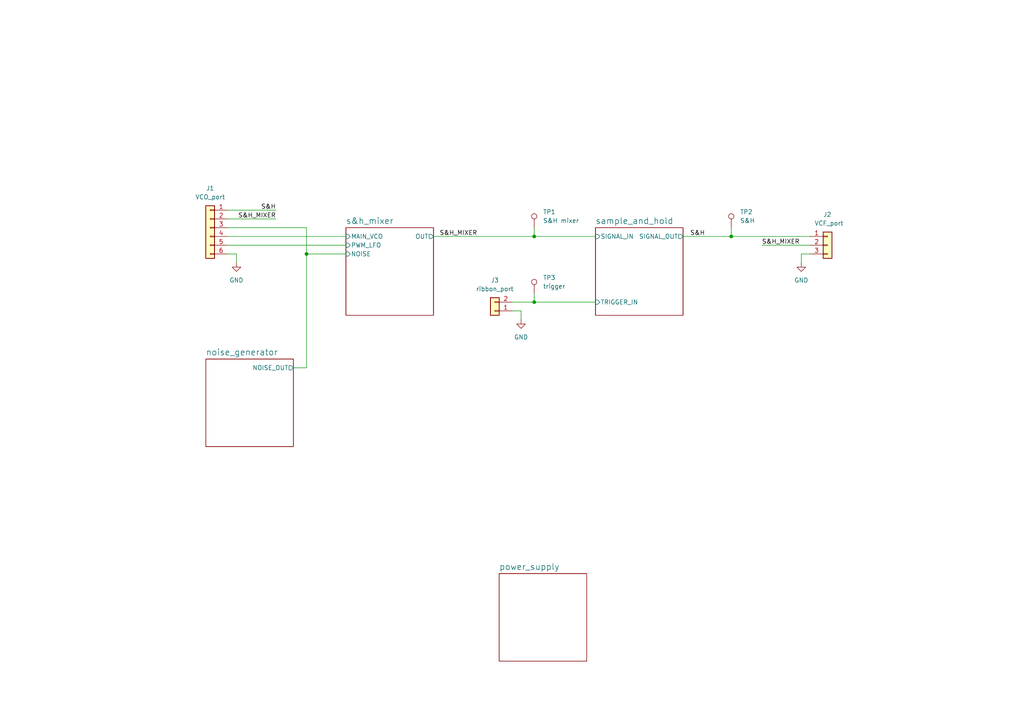
<source format=kicad_sch>
(kicad_sch (version 20211123) (generator eeschema)
  (paper "A4")
  (title_block (title "Josh Ox Ribbon Synth Sample and Hold Board") (date "2022-07-21") (rev "0") (comment 1 "creativecommons.org/licences/by/4.0") (comment 2 "License: CC by 4.0") (comment 3 "Author: Jordan Aceto"))
  (lib_symbols
    (symbol "Connector:TestPoint" (pin_numbers hide) (pin_names (offset 0.762) hide)
      (property "Reference" "TP" (at 0 6.858 0))
      (property "Value" "TestPoint" (at 0 5.08 0))
      (symbol "TestPoint_0_1"
        (circle (center 0 3.302) (radius 0.762))
      )
      (symbol "TestPoint_1_1"
        (pin passive line (at 0 0 90) (length 2.54) (name "1") (number "1"))
      )
    )
    (symbol "Connector_Generic:Conn_01x02" (pin_names (offset 1.016) hide)
      (property "Reference" "J" (at 0 2.54 0))
      (property "Value" "Conn_01x02" (at 0 -5.08 0))
      (symbol "Conn_01x02_1_1"
        (rectangle (start -1.27 -2.413) (end 0 -2.667) (stroke (width 0.1524)))
        (rectangle (start -1.27 0.127) (end 0 -0.127) (stroke (width 0.1524)))
        (rectangle (start -1.27 1.27) (end 1.27 -3.81) (stroke (width 0.254)) (fill (type background)))
        (pin passive line (at -5.08 0 0) (length 3.81) (name "Pin_1") (number "1"))
        (pin passive line (at -5.08 -2.54 0) (length 3.81) (name "Pin_2") (number "2"))
      )
    )
    (symbol "Connector_Generic:Conn_01x03" (pin_names (offset 1.016) hide)
      (property "Reference" "J" (at 0 5.08 0))
      (property "Value" "Conn_01x03" (at 0 -5.08 0))
      (symbol "Conn_01x03_1_1"
        (rectangle (start -1.27 -2.413) (end 0 -2.667) (stroke (width 0.1524)))
        (rectangle (start -1.27 0.127) (end 0 -0.127) (stroke (width 0.1524)))
        (rectangle (start -1.27 2.667) (end 0 2.413) (stroke (width 0.1524)))
        (rectangle (start -1.27 3.81) (end 1.27 -3.81) (stroke (width 0.254)) (fill (type background)))
        (pin passive line (at -5.08 2.54 0) (length 3.81) (name "Pin_1") (number "1"))
        (pin passive line (at -5.08 0 0) (length 3.81) (name "Pin_2") (number "2"))
        (pin passive line (at -5.08 -2.54 0) (length 3.81) (name "Pin_3") (number "3"))
      )
    )
    (symbol "Connector_Generic:Conn_01x06" (pin_names (offset 1.016) hide)
      (property "Reference" "J" (at 0 7.62 0))
      (property "Value" "Conn_01x06" (at 0 -10.16 0))
      (symbol "Conn_01x06_1_1"
        (rectangle (start -1.27 -7.493) (end 0 -7.747) (stroke (width 0.1524)))
        (rectangle (start -1.27 -4.953) (end 0 -5.207) (stroke (width 0.1524)))
        (rectangle (start -1.27 -2.413) (end 0 -2.667) (stroke (width 0.1524)))
        (rectangle (start -1.27 0.127) (end 0 -0.127) (stroke (width 0.1524)))
        (rectangle (start -1.27 2.667) (end 0 2.413) (stroke (width 0.1524)))
        (rectangle (start -1.27 5.207) (end 0 4.953) (stroke (width 0.1524)))
        (rectangle (start -1.27 6.35) (end 1.27 -8.89) (stroke (width 0.254)) (fill (type background)))
        (pin passive line (at -5.08 5.08 0) (length 3.81) (name "Pin_1") (number "1"))
        (pin passive line (at -5.08 2.54 0) (length 3.81) (name "Pin_2") (number "2"))
        (pin passive line (at -5.08 0 0) (length 3.81) (name "Pin_3") (number "3"))
        (pin passive line (at -5.08 -2.54 0) (length 3.81) (name "Pin_4") (number "4"))
        (pin passive line (at -5.08 -5.08 0) (length 3.81) (name "Pin_5") (number "5"))
        (pin passive line (at -5.08 -7.62 0) (length 3.81) (name "Pin_6") (number "6"))
      )
    )
    (symbol "power:GND" (power) (pin_names (offset 0))
      (property "Value" "GND" (at 0 -3.81 0))
      (symbol "GND_0_1"
        (polyline (pts (xy 0 0) (xy 0 -1.27) (xy 1.27 -1.27) (xy 0 -2.54) (xy -1.27 -1.27) (xy 0 -1.27)))
      )
      (symbol "GND_1_1"
        (pin power_in line (at 0 0 270) (length 0) hide (name "GND") (number "1"))
      )
    )
  )
  (junction (at 154.94 87.63))
  (junction (at 154.94 68.58))
  (junction (at 88.9 73.66))
  (junction (at 212.09 68.58))
  (wire (pts (xy 68.58 73.66) (xy 66.04 73.66)))
  (wire (pts (xy 66.04 63.5) (xy 80.01 63.5)))
  (wire (pts (xy 88.9 106.68) (xy 88.9 73.66)))
  (wire (pts (xy 232.41 73.66) (xy 234.95 73.66)))
  (wire (pts (xy 154.94 87.63) (xy 172.72 87.63)))
  (wire (pts (xy 66.04 71.12) (xy 100.33 71.12)))
  (wire (pts (xy 212.09 68.58) (xy 234.95 68.58)))
  (wire (pts (xy 154.94 68.58) (xy 172.72 68.58)))
  (wire (pts (xy 68.58 76.2) (xy 68.58 73.66)))
  (wire (pts (xy 232.41 76.2) (xy 232.41 73.66)))
  (wire (pts (xy 85.09 106.68) (xy 88.9 106.68)))
  (wire (pts (xy 151.13 92.71) (xy 151.13 90.17)))
  (wire (pts (xy 151.13 90.17) (xy 148.59 90.17)))
  (wire (pts (xy 88.9 73.66) (xy 88.9 66.04)))
  (wire (pts (xy 88.9 66.04) (xy 66.04 66.04)))
  (wire (pts (xy 148.59 87.63) (xy 154.94 87.63)))
  (wire (pts (xy 154.94 85.09) (xy 154.94 87.63)))
  (wire (pts (xy 66.04 68.58) (xy 100.33 68.58)))
  (wire (pts (xy 212.09 66.04) (xy 212.09 68.58)))
  (wire (pts (xy 198.12 68.58) (xy 212.09 68.58)))
  (wire (pts (xy 154.94 66.04) (xy 154.94 68.58)))
  (wire (pts (xy 88.9 73.66) (xy 100.33 73.66)))
  (wire (pts (xy 234.95 71.12) (xy 220.98 71.12)))
  (wire (pts (xy 66.04 60.96) (xy 80.01 60.96)))
  (wire (pts (xy 125.73 68.58) (xy 154.94 68.58)))
  (label "S&H_MIXER" (at 80.01 63.5 180))
  (label "S&H" (at 80.01 60.96 180))
  (label "S&H_MIXER" (at 138.43 68.58 180))
  (label "S&H_MIXER" (at 220.98 71.12 0))
  (label "S&H" (at 204.47 68.58 180))
  (symbol (lib_id "Connector_Generic:Conn_01x02") (at 143.51 90.17 180) (unit 1)
    (property "Reference" "J3" (at 143.51 81.28 0))
    (property "Value" "ribbon_port" (at 143.51 83.82 0))
    (property "Footprint" "Connector_Molex:Molex_KK-254_AE-6410-02A_1x02_P2.54mm_Vertical" (effects hide))
  )
  (symbol (lib_id "Connector:TestPoint") (at 212.09 66.04 0) (unit 1) (in_bom no)
    (property "Reference" "TP2" (at 214.63 61.4679 0) (effects (justify left)))
    (property "Value" "S&H" (at 214.63 64.0079 0) (effects (justify left)))
    (property "Footprint" "TestPoint:TestPoint_Keystone_5000-5004_Miniature" (effects hide))
  )
  (symbol (lib_id "Connector_Generic:Conn_01x06") (at 60.96 66.04 0) (mirror y) (unit 1)
    (property "Reference" "J1" (at 60.96 54.61 0))
    (property "Value" "VCO_port" (at 60.96 57.15 0))
    (property "Footprint" "Connector_Molex:Molex_KK-254_AE-6410-06A_1x06_P2.54mm_Vertical" (effects hide))
  )
  (symbol (lib_id "power:GND") (at 68.58 76.2 0) (unit 1)
    (property "Reference" "#PWR01" (effects hide))
    (property "Value" "GND" (at 68.58 81.28 0))
  )
  (symbol (lib_id "power:GND") (at 151.13 92.71 0) (unit 1)
    (property "Reference" "#PWR03" (effects hide))
    (property "Value" "GND" (at 151.13 97.79 0))
  )
  (symbol (lib_id "power:GND") (at 232.41 76.2 0) (mirror y) (unit 1)
    (property "Reference" "#PWR02" (effects hide))
    (property "Value" "GND" (at 232.41 81.28 0))
  )
  (symbol (lib_id "Connector:TestPoint") (at 154.94 85.09 0) (unit 1) (in_bom no)
    (property "Reference" "TP3" (at 157.48 80.5179 0) (effects (justify left)))
    (property "Value" "trigger" (at 157.48 83.0579 0) (effects (justify left)))
    (property "Footprint" "TestPoint:TestPoint_Keystone_5000-5004_Miniature" (effects hide))
  )
  (symbol (lib_id "Connector_Generic:Conn_01x03") (at 240.03 71.12 0) (unit 1)
    (property "Reference" "J2" (at 238.76 62.23 0) (effects (justify left)))
    (property "Value" "VCF_port" (at 236.22 64.77 0) (effects (justify left)))
    (property "Footprint" "Connector_Molex:Molex_KK-254_AE-6410-03A_1x03_P2.54mm_Vertical" (effects hide))
  )
  (symbol (lib_id "Connector:TestPoint") (at 154.94 66.04 0) (unit 1) (in_bom no)
    (property "Reference" "TP1" (at 157.48 61.4679 0) (effects (justify left)))
    (property "Value" "S&H mixer" (at 157.48 64.0079 0) (effects (justify left)))
    (property "Footprint" "TestPoint:TestPoint_Keystone_5000-5004_Miniature" (effects hide))
  )
  (sheet (at 59.69 104.14) (size 25.4 25.4) (stroke (width 0.1524))
    (property "Sheet name" "noise_generator" (at 59.69 103.1884 0) (effects (font (size 1.75 1.75)) (justify left bottom)))
    (property "Sheet file" "noise_generator.kicad_sch" (effects hide))
    (pin "NOISE_OUT" output (at 85.09 106.68 0))
  )
  (sheet (at 172.72 66.04) (size 25.4 25.4) (stroke (width 0.1524))
    (property "Sheet name" "sample_and_hold" (at 172.72 65.0884 0) (effects (font (size 1.75 1.75)) (justify left bottom)))
    (property "Sheet file" "sample_and_hold.kicad_sch" (effects hide))
    (pin "SIGNAL_IN" input (at 172.72 68.58 180))
    (pin "TRIGGER_IN" input (at 172.72 87.63 180))
    (pin "SIGNAL_OUT" output (at 198.12 68.58 0))
  )
  (sheet (at 144.78 166.37) (size 25.4 25.4) (stroke (width 0.1524))
    (property "Sheet name" "power_supply" (at 144.78 165.4184 0) (effects (font (size 1.75 1.75)) (justify left bottom)))
    (property "Sheet file" "power_supply.kicad_sch" (effects hide))
  )
  (sheet (at 100.33 66.04) (size 25.4 25.4) (stroke (width 0.1524))
    (property "Sheet name" "s&h_mixer" (at 100.33 65.0884 0) (effects (font (size 1.75 1.75)) (justify left bottom)))
    (property "Sheet file" "s&h_mixer.kicad_sch" (effects hide))
    (pin "MAIN_VCO" input (at 100.33 68.58 180))
    (pin "NOISE" input (at 100.33 73.66 180))
    (pin "PWM_LFO" input (at 100.33 71.12 180))
    (pin "OUT" output (at 125.73 68.58 0))
  )
)
</source>
